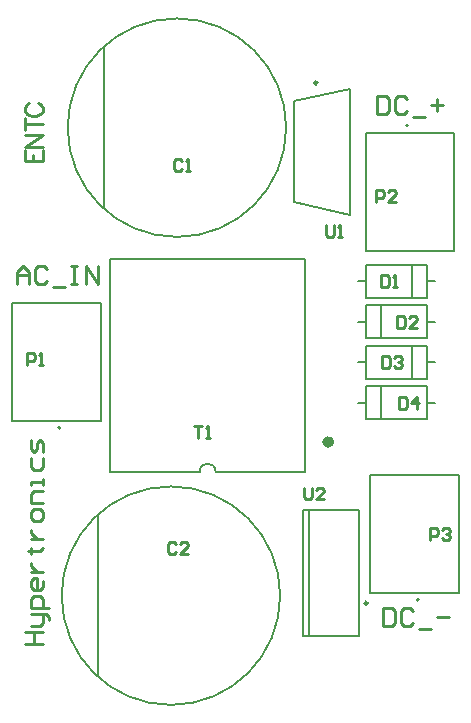
<source format=gto>
G04*
G04 #@! TF.GenerationSoftware,Altium Limited,Altium Designer,24.5.2 (23)*
G04*
G04 Layer_Color=65535*
%FSLAX44Y44*%
%MOMM*%
G71*
G04*
G04 #@! TF.SameCoordinates,E433FD67-1584-4B15-B20B-D7A4E77B4FCA*
G04*
G04*
G04 #@! TF.FilePolarity,Positive*
G04*
G01*
G75*
%ADD10C,0.2000*%
%ADD11C,0.6000*%
%ADD12C,0.2500*%
%ADD13C,0.1500*%
%ADD14C,0.1270*%
%ADD15C,0.2540*%
D10*
X1611360Y966380D02*
G03*
X1611360Y966380I-1000J0D01*
G01*
X1448160Y673460D02*
G03*
X1434660Y673460I-6750J0D01*
G01*
X1316720Y710470D02*
G03*
X1316720Y710470I-1000J0D01*
G01*
X1620250Y564820D02*
G03*
X1620250Y564820I-1000J0D01*
G01*
X1614470Y821090D02*
Y847690D01*
X1568820Y834390D02*
X1575470D01*
X1627470D02*
X1634120D01*
X1627470Y820390D02*
Y848390D01*
X1575470D02*
X1627470D01*
X1575470Y820390D02*
Y848390D01*
Y820390D02*
X1627470D01*
X1448160Y673460D02*
X1523910D01*
X1358910D02*
X1434660D01*
X1358910D02*
Y853460D01*
X1523910D01*
Y673460D02*
Y853460D01*
X1514790Y986900D02*
X1561790Y997570D01*
Y891370D02*
Y997070D01*
X1514790Y901540D02*
X1561790Y890870D01*
X1514790Y901540D02*
Y986900D01*
X1353880Y896590D02*
Y1032590D01*
X1588470Y786800D02*
Y813400D01*
X1627470Y800100D02*
X1634120D01*
X1568820D02*
X1575470D01*
Y786100D02*
Y814100D01*
Y786100D02*
X1627470D01*
Y814100D01*
X1575470D02*
X1627470D01*
X1614470Y752510D02*
Y779110D01*
X1568820Y765810D02*
X1575470D01*
X1627470D02*
X1634120D01*
X1627470Y751810D02*
Y779810D01*
X1575470D02*
X1627470D01*
X1575470Y751810D02*
Y779810D01*
Y751810D02*
X1627470D01*
X1588470Y718220D02*
Y744820D01*
X1627470Y731520D02*
X1634120D01*
X1568820D02*
X1575470D01*
Y717520D02*
Y745520D01*
Y717520D02*
X1627470D01*
Y745520D01*
X1575470D02*
X1627470D01*
X1348800Y500350D02*
Y636350D01*
X1527170Y533900D02*
Y640900D01*
X1522170Y533900D02*
Y640900D01*
X1569170Y533900D02*
Y640900D01*
X1522170Y533900D02*
X1569170D01*
X1522170Y640900D02*
X1569170D01*
D11*
X1545410Y698460D02*
G03*
X1545410Y698460I-2000J0D01*
G01*
D12*
X1534140Y1002570D02*
G03*
X1534140Y1002570I-1250J0D01*
G01*
X1576920Y562000D02*
G03*
X1576920Y562000I-1250J0D01*
G01*
D13*
X1507880Y964590D02*
G03*
X1507880Y964590I-92500J0D01*
G01*
X1502800Y568350D02*
G03*
X1502800Y568350I-92500J0D01*
G01*
D14*
X1650360Y860380D02*
Y960380D01*
X1575360D02*
X1650360D01*
X1575360Y860380D02*
Y960380D01*
Y860380D02*
X1650360D01*
X1275720Y716470D02*
Y816470D01*
Y716470D02*
X1350720D01*
Y816470D01*
X1275720D02*
X1350720D01*
X1579250Y570820D02*
Y670820D01*
Y570820D02*
X1654250D01*
Y670820D01*
X1579250D02*
X1654250D01*
D15*
X1286513Y945422D02*
Y935990D01*
X1301750D01*
Y945422D01*
X1293769Y935990D02*
Y941795D01*
X1286513Y947962D02*
X1301750D01*
X1286513D02*
X1301750Y958120D01*
X1286513D02*
X1301750D01*
X1286513Y967407D02*
X1301750D01*
X1286513Y962328D02*
Y972486D01*
X1290141Y985183D02*
X1288690Y984457D01*
X1287239Y983006D01*
X1286513Y981555D01*
Y978653D01*
X1287239Y977202D01*
X1288690Y975751D01*
X1290141Y975025D01*
X1292318Y974299D01*
X1295945D01*
X1298122Y975025D01*
X1299573Y975751D01*
X1301024Y977202D01*
X1301750Y978653D01*
Y981555D01*
X1301024Y983006D01*
X1299573Y984457D01*
X1298122Y985183D01*
X1286517Y527050D02*
X1301752D01*
X1294134D01*
Y537207D01*
X1286517D01*
X1301752D01*
X1291595Y542285D02*
X1299212D01*
X1301752Y544824D01*
Y552442D01*
X1304291D01*
X1306830Y549903D01*
Y547363D01*
X1301752Y552442D02*
X1291595D01*
X1306830Y557520D02*
X1291595D01*
Y565138D01*
X1294134Y567677D01*
X1299212D01*
X1301752Y565138D01*
Y557520D01*
Y580373D02*
Y575294D01*
X1299212Y572755D01*
X1294134D01*
X1291595Y575294D01*
Y580373D01*
X1294134Y582912D01*
X1296673D01*
Y572755D01*
X1291595Y587990D02*
X1301752D01*
X1296673D01*
X1294134Y590530D01*
X1291595Y593069D01*
Y595608D01*
X1289056Y605765D02*
X1291595D01*
Y603225D01*
Y608304D01*
Y605765D01*
X1299212D01*
X1301752Y608304D01*
X1291595Y615921D02*
X1301752D01*
X1296673D01*
X1294134Y618460D01*
X1291595Y621000D01*
Y623539D01*
X1301752Y633695D02*
Y638774D01*
X1299212Y641313D01*
X1294134D01*
X1291595Y638774D01*
Y633695D01*
X1294134Y631156D01*
X1299212D01*
X1301752Y633695D01*
Y646391D02*
X1291595D01*
Y654009D01*
X1294134Y656548D01*
X1301752D01*
Y661627D02*
Y666705D01*
Y664166D01*
X1291595D01*
Y661627D01*
Y684479D02*
Y676861D01*
X1294134Y674322D01*
X1299212D01*
X1301752Y676861D01*
Y684479D01*
Y689557D02*
Y697175D01*
X1299212Y699714D01*
X1296673Y697175D01*
Y692097D01*
X1294134Y689557D01*
X1291595Y692097D01*
Y699714D01*
X1590040Y558184D02*
Y542949D01*
X1597657D01*
X1600197Y545488D01*
Y555645D01*
X1597657Y558184D01*
X1590040D01*
X1615432Y555645D02*
X1612893Y558184D01*
X1607814D01*
X1605275Y555645D01*
Y545488D01*
X1607814Y542949D01*
X1612893D01*
X1615432Y545488D01*
X1620510Y540410D02*
X1630667D01*
X1635745Y550567D02*
X1645902D01*
X1584960Y991254D02*
Y976019D01*
X1592578D01*
X1595117Y978558D01*
Y988715D01*
X1592578Y991254D01*
X1584960D01*
X1610352Y988715D02*
X1607813Y991254D01*
X1602734D01*
X1600195Y988715D01*
Y978558D01*
X1602734Y976019D01*
X1607813D01*
X1610352Y978558D01*
X1615430Y973480D02*
X1625587D01*
X1630665Y983637D02*
X1640822D01*
X1635744Y988715D02*
Y978558D01*
X1280160Y832509D02*
Y842666D01*
X1285238Y847744D01*
X1290317Y842666D01*
Y832509D01*
Y840127D01*
X1280160D01*
X1305552Y845205D02*
X1303013Y847744D01*
X1297934D01*
X1295395Y845205D01*
Y835048D01*
X1297934Y832509D01*
X1303013D01*
X1305552Y835048D01*
X1310630Y829970D02*
X1320787D01*
X1325865Y847744D02*
X1330944D01*
X1328404D01*
Y832509D01*
X1325865D01*
X1330944D01*
X1338561D02*
Y847744D01*
X1348718Y832509D01*
Y847744D01*
X1523365Y659914D02*
Y651450D01*
X1525058Y649757D01*
X1528443D01*
X1530136Y651450D01*
Y659914D01*
X1540293Y649757D02*
X1533522D01*
X1540293Y656528D01*
Y658221D01*
X1538600Y659914D01*
X1535215D01*
X1533522Y658221D01*
X1541359Y882038D02*
Y873574D01*
X1543052Y871882D01*
X1546437D01*
X1548130Y873574D01*
Y882038D01*
X1551516Y871882D02*
X1554901D01*
X1553208D01*
Y882038D01*
X1551516Y880346D01*
X1429599Y712188D02*
X1436370D01*
X1432984D01*
Y702032D01*
X1439756D02*
X1443141D01*
X1441448D01*
Y712188D01*
X1439756Y710496D01*
X1629836Y615342D02*
Y625498D01*
X1634914D01*
X1636607Y623806D01*
Y620420D01*
X1634914Y618727D01*
X1629836D01*
X1639993Y623806D02*
X1641686Y625498D01*
X1645071D01*
X1646764Y623806D01*
Y622113D01*
X1645071Y620420D01*
X1643378D01*
X1645071D01*
X1646764Y618727D01*
Y617034D01*
X1645071Y615342D01*
X1641686D01*
X1639993Y617034D01*
X1584116Y901702D02*
Y911858D01*
X1589194D01*
X1590887Y910166D01*
Y906780D01*
X1589194Y905087D01*
X1584116D01*
X1601044Y901702D02*
X1594273D01*
X1601044Y908473D01*
Y910166D01*
X1599351Y911858D01*
X1595966D01*
X1594273Y910166D01*
X1288629Y763932D02*
Y774088D01*
X1293707D01*
X1295400Y772396D01*
Y769010D01*
X1293707Y767317D01*
X1288629D01*
X1298786Y763932D02*
X1302171D01*
X1300478D01*
Y774088D01*
X1298786Y772396D01*
X1603166Y736598D02*
Y726442D01*
X1608244D01*
X1609937Y728134D01*
Y734906D01*
X1608244Y736598D01*
X1603166D01*
X1618401Y726442D02*
Y736598D01*
X1613323Y731520D01*
X1620094D01*
X1589196Y770888D02*
Y760732D01*
X1594274D01*
X1595967Y762424D01*
Y769196D01*
X1594274Y770888D01*
X1589196D01*
X1599353Y769196D02*
X1601046Y770888D01*
X1604431D01*
X1606124Y769196D01*
Y767503D01*
X1604431Y765810D01*
X1602738D01*
X1604431D01*
X1606124Y764117D01*
Y762424D01*
X1604431Y760732D01*
X1601046D01*
X1599353Y762424D01*
X1601896Y805178D02*
Y795022D01*
X1606974D01*
X1608667Y796714D01*
Y803486D01*
X1606974Y805178D01*
X1601896D01*
X1618824Y795022D02*
X1612053D01*
X1618824Y801793D01*
Y803486D01*
X1617131Y805178D01*
X1613746D01*
X1612053Y803486D01*
X1588349Y839468D02*
Y829312D01*
X1593427D01*
X1595120Y831004D01*
Y837776D01*
X1593427Y839468D01*
X1588349D01*
X1598506Y829312D02*
X1601891D01*
X1600198D01*
Y839468D01*
X1598506Y837776D01*
X1414357Y612376D02*
X1412664Y614068D01*
X1409279D01*
X1407586Y612376D01*
Y605604D01*
X1409279Y603912D01*
X1412664D01*
X1414357Y605604D01*
X1424514Y603912D02*
X1417743D01*
X1424514Y610683D01*
Y612376D01*
X1422821Y614068D01*
X1419436D01*
X1417743Y612376D01*
X1419860Y936226D02*
X1418167Y937918D01*
X1414782D01*
X1413089Y936226D01*
Y929454D01*
X1414782Y927762D01*
X1418167D01*
X1419860Y929454D01*
X1423246Y927762D02*
X1426631D01*
X1424938D01*
Y937918D01*
X1423246Y936226D01*
M02*

</source>
